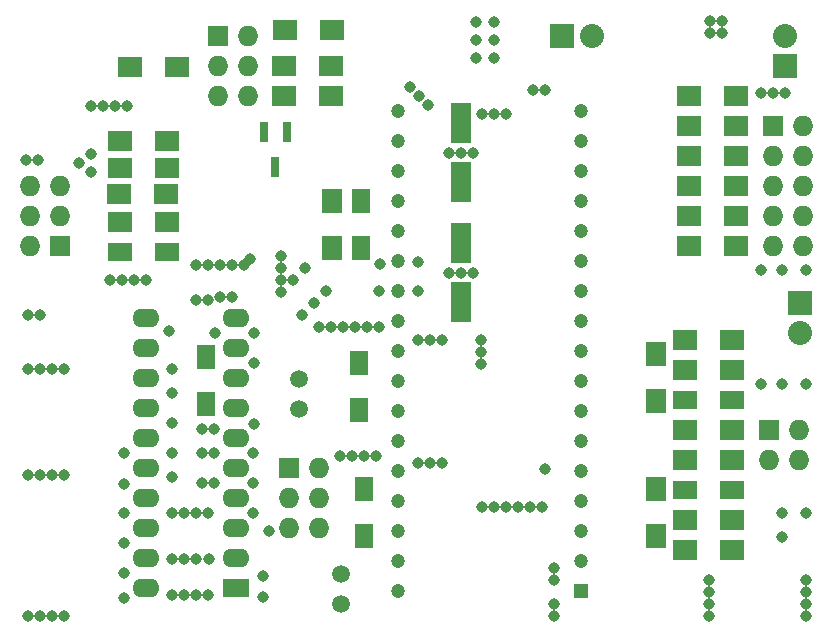
<source format=gbr>
G04 #@! TF.FileFunction,Soldermask,Top*
%FSLAX46Y46*%
G04 Gerber Fmt 4.6, Leading zero omitted, Abs format (unit mm)*
G04 Created by KiCad (PCBNEW (after 2015-mar-04 BZR unknown)-product) date Thu 29 Dec 2016 04:21:00 PM CET*
%MOMM*%
G01*
G04 APERTURE LIST*
%ADD10C,0.100000*%
%ADD11C,0.970000*%
%ADD12C,1.200000*%
%ADD13R,1.200000X1.200000*%
%ADD14R,2.286000X1.574800*%
%ADD15O,2.286000X1.574800*%
%ADD16R,1.600000X2.000000*%
%ADD17R,1.727200X1.727200*%
%ADD18O,1.727200X1.727200*%
%ADD19R,2.000000X1.700000*%
%ADD20R,0.800100X1.800860*%
%ADD21R,2.032000X2.032000*%
%ADD22O,2.032000X2.032000*%
%ADD23R,2.000000X1.600000*%
%ADD24R,1.800860X3.500120*%
%ADD25C,1.501140*%
%ADD26R,1.700000X2.000000*%
G04 APERTURE END LIST*
D10*
D11*
X107696000Y-96012000D03*
X107696000Y-94234000D03*
X125730000Y-50419000D03*
X125730000Y-47371000D03*
X125730000Y-48895000D03*
X127254000Y-47371000D03*
X127254000Y-48895000D03*
X146558000Y-48260000D03*
X145542000Y-48260000D03*
X127254000Y-50419000D03*
X92075000Y-59309000D03*
X93091000Y-60071000D03*
X93091000Y-58547000D03*
X132334000Y-93599000D03*
X132334000Y-94615000D03*
X99695000Y-73533000D03*
X103632000Y-73660000D03*
X99695000Y-73533000D03*
X99949000Y-85852000D03*
X99949000Y-83820000D03*
X99949000Y-81280000D03*
X99949000Y-78740000D03*
X99949000Y-76708000D03*
X122809000Y-84709000D03*
X121793000Y-84709000D03*
X120777000Y-84709000D03*
X117221000Y-84074000D03*
X116205000Y-84074000D03*
X115189000Y-84074000D03*
X114173000Y-84074000D03*
X153670000Y-97663000D03*
X153670000Y-94615000D03*
X153670000Y-95631000D03*
X153670000Y-96647000D03*
X145415000Y-97663000D03*
X145415000Y-96647000D03*
X145415000Y-95631000D03*
X145415000Y-94615000D03*
X132334000Y-96647000D03*
X132334000Y-97663000D03*
X93091000Y-54483000D03*
X94107000Y-54483000D03*
X95123000Y-54483000D03*
X96139000Y-54483000D03*
X97790000Y-69215000D03*
X96774000Y-69215000D03*
X95758000Y-69215000D03*
X94742000Y-69215000D03*
X106553000Y-67437000D03*
X106045000Y-67945000D03*
X109220000Y-67183000D03*
X109220000Y-68199000D03*
X109220000Y-69215000D03*
X105029000Y-70612000D03*
X104013000Y-70612000D03*
X102997000Y-70866000D03*
X101981000Y-70866000D03*
X105029000Y-67945000D03*
X104013000Y-67945000D03*
X102997000Y-67945000D03*
X101981000Y-67945000D03*
X106934000Y-73660000D03*
X106934000Y-76200000D03*
X106934000Y-81407000D03*
X106807000Y-83820000D03*
X106807000Y-86360000D03*
X108204000Y-90424000D03*
X106807000Y-88900000D03*
X103505000Y-86360000D03*
X102489000Y-86360000D03*
X103505000Y-83820000D03*
X102489000Y-83820000D03*
X102489000Y-81788000D03*
X103505000Y-81788000D03*
X102997000Y-88900000D03*
X101981000Y-88900000D03*
X100965000Y-88900000D03*
X99949000Y-88900000D03*
X99949000Y-92837000D03*
X100965000Y-92837000D03*
X101981000Y-92837000D03*
X103124000Y-92837000D03*
X102997000Y-95885000D03*
X101981000Y-95885000D03*
X100965000Y-95885000D03*
X99949000Y-95885000D03*
X95885000Y-96139000D03*
X95885000Y-93980000D03*
X95885000Y-91440000D03*
X95885000Y-88900000D03*
X95885000Y-83820000D03*
X95885000Y-86487000D03*
X90805000Y-97663000D03*
X89789000Y-97663000D03*
X88773000Y-97663000D03*
X87757000Y-97663000D03*
X87757000Y-85725000D03*
X88773000Y-85725000D03*
X89789000Y-85725000D03*
X90805000Y-85725000D03*
X90805000Y-76708000D03*
X89789000Y-76708000D03*
X88773000Y-76708000D03*
X87757000Y-76708000D03*
X87757000Y-72136000D03*
X88773000Y-72136000D03*
X88646000Y-59055000D03*
X87630000Y-59055000D03*
X131318000Y-88392000D03*
X130302000Y-88392000D03*
X129286000Y-88392000D03*
X128270000Y-88392000D03*
X127254000Y-88392000D03*
X126238000Y-88392000D03*
X131572000Y-85217000D03*
X126111000Y-76327000D03*
X126111000Y-75311000D03*
X126111000Y-74295000D03*
X120777000Y-74295000D03*
X121793000Y-74295000D03*
X122809000Y-74295000D03*
X112395000Y-73152000D03*
X113411000Y-73152000D03*
X114427000Y-73152000D03*
X115443000Y-73152000D03*
X116459000Y-73152000D03*
X117475000Y-73152000D03*
X111252000Y-68199000D03*
X110236000Y-69215000D03*
X109220000Y-70231000D03*
X110998000Y-72136000D03*
X112014000Y-71120000D03*
X113030000Y-70104000D03*
X117602000Y-67818000D03*
X120777000Y-67691000D03*
X117475000Y-70104000D03*
X120777000Y-70104000D03*
X123444000Y-68580000D03*
X124460000Y-68580000D03*
X125476000Y-68580000D03*
X125476000Y-58420000D03*
X124460000Y-58420000D03*
X123444000Y-58420000D03*
X146558000Y-47244000D03*
X145542000Y-47244000D03*
X153670000Y-88900000D03*
X151638000Y-88900000D03*
X151638000Y-90932000D03*
X153670000Y-77978000D03*
X151638000Y-77978000D03*
X149860000Y-77978000D03*
X153670000Y-68326000D03*
X151638000Y-68326000D03*
X149860000Y-68326000D03*
X151892000Y-53340000D03*
X150876000Y-53340000D03*
X149860000Y-53340000D03*
X121666000Y-54356000D03*
X120904000Y-53594000D03*
X120142000Y-52832000D03*
X128270000Y-55118000D03*
X130556000Y-53086000D03*
X131572000Y-53086000D03*
X126238000Y-55118000D03*
X128270000Y-55118000D03*
D12*
X119144000Y-95560000D03*
X119144000Y-93020000D03*
X119144000Y-90480000D03*
X119144000Y-87940000D03*
X119144000Y-85400000D03*
X119144000Y-82860000D03*
X119144000Y-80320000D03*
X119144000Y-77780000D03*
X119144000Y-75240000D03*
X119144000Y-72700000D03*
X119144000Y-70160000D03*
X119144000Y-67620000D03*
X119144000Y-65080000D03*
X119144000Y-62540000D03*
X119144000Y-60000000D03*
X119144000Y-57460000D03*
X119144000Y-54920000D03*
D13*
X134636000Y-95560000D03*
D12*
X134636000Y-93020000D03*
X134636000Y-90480000D03*
X134636000Y-87940000D03*
X134636000Y-85400000D03*
X134636000Y-82860000D03*
X134636000Y-80320000D03*
X134636000Y-77780000D03*
X134636000Y-75240000D03*
X134636000Y-72700000D03*
X134636000Y-70160000D03*
X134636000Y-67620000D03*
X134636000Y-65080000D03*
X134636000Y-62540000D03*
X134636000Y-60000000D03*
X134636000Y-57460000D03*
X134636000Y-54920000D03*
D14*
X105410000Y-95250000D03*
D15*
X105410000Y-92710000D03*
X105410000Y-90170000D03*
X105410000Y-87630000D03*
X105410000Y-85090000D03*
X105410000Y-82550000D03*
X105410000Y-80010000D03*
X105410000Y-77470000D03*
X105410000Y-74930000D03*
X105410000Y-72390000D03*
X97790000Y-72390000D03*
X97790000Y-74930000D03*
X97790000Y-77470000D03*
X97790000Y-80010000D03*
X97790000Y-82550000D03*
X97790000Y-85090000D03*
X97790000Y-87630000D03*
X97790000Y-90170000D03*
X97790000Y-92710000D03*
X97790000Y-95250000D03*
D16*
X102870000Y-79724000D03*
X102870000Y-75724000D03*
D17*
X109855000Y-85090000D03*
D18*
X112395000Y-85090000D03*
X109855000Y-87630000D03*
X112395000Y-87630000D03*
X109855000Y-90170000D03*
X112395000Y-90170000D03*
D17*
X90487500Y-66357500D03*
D18*
X87947500Y-66357500D03*
X90487500Y-63817500D03*
X87947500Y-63817500D03*
X90487500Y-61277500D03*
X87947500Y-61277500D03*
D17*
X103822500Y-48577500D03*
D18*
X106362500Y-48577500D03*
X103822500Y-51117500D03*
X106362500Y-51117500D03*
X103822500Y-53657500D03*
X106362500Y-53657500D03*
D19*
X109442500Y-51117500D03*
X113442500Y-51117500D03*
X100425000Y-51181000D03*
X96425000Y-51181000D03*
D20*
X109662000Y-56664860D03*
X107762000Y-56664860D03*
X108712000Y-59667140D03*
D17*
X150812500Y-56197500D03*
D18*
X153352500Y-56197500D03*
X150812500Y-58737500D03*
X153352500Y-58737500D03*
X150812500Y-61277500D03*
X153352500Y-61277500D03*
X150812500Y-63817500D03*
X153352500Y-63817500D03*
X150812500Y-66357500D03*
X153352500Y-66357500D03*
D19*
X147732500Y-53657500D03*
X143732500Y-53657500D03*
X147732500Y-56197500D03*
X143732500Y-56197500D03*
X147732500Y-58737500D03*
X143732500Y-58737500D03*
X147732500Y-61277500D03*
X143732500Y-61277500D03*
X147732500Y-63817500D03*
X143732500Y-63817500D03*
X147732500Y-66357500D03*
X143732500Y-66357500D03*
D21*
X153162000Y-71120000D03*
D22*
X153162000Y-73660000D03*
D23*
X143415000Y-86995000D03*
X147415000Y-86995000D03*
X143415000Y-79375000D03*
X147415000Y-79375000D03*
D17*
X150495000Y-81915000D03*
D18*
X153035000Y-81915000D03*
X150495000Y-84455000D03*
X153035000Y-84455000D03*
D19*
X143415000Y-81915000D03*
X147415000Y-81915000D03*
X143415000Y-84455000D03*
X147415000Y-84455000D03*
X143415000Y-74295000D03*
X147415000Y-74295000D03*
X143415000Y-92075000D03*
X147415000Y-92075000D03*
D21*
X151892000Y-51054000D03*
D22*
X151892000Y-48514000D03*
D24*
X124460000Y-66080640D03*
X124460000Y-71079360D03*
X124460000Y-55920640D03*
X124460000Y-60919360D03*
D25*
X110744000Y-77597000D03*
X110744000Y-80137000D03*
D16*
X115824000Y-80232000D03*
X115824000Y-76232000D03*
X116205000Y-90900000D03*
X116205000Y-86900000D03*
D25*
X114300000Y-96647000D03*
X114300000Y-94107000D03*
D21*
X132969000Y-48514000D03*
D22*
X135509000Y-48514000D03*
D19*
X113442500Y-53657500D03*
X109442500Y-53657500D03*
X113506000Y-48006000D03*
X109506000Y-48006000D03*
X99536000Y-64262000D03*
X95536000Y-64262000D03*
D23*
X99536000Y-66802000D03*
X95536000Y-66802000D03*
D16*
X115951000Y-66516000D03*
X115951000Y-62516000D03*
D19*
X95536000Y-57404000D03*
X99536000Y-57404000D03*
D26*
X140970000Y-79470000D03*
X140970000Y-75470000D03*
D19*
X147415000Y-76835000D03*
X143415000Y-76835000D03*
D26*
X140970000Y-86900000D03*
X140970000Y-90900000D03*
D19*
X147415000Y-89535000D03*
X143415000Y-89535000D03*
X95472500Y-61912500D03*
X99472500Y-61912500D03*
X95536000Y-59690000D03*
X99536000Y-59690000D03*
D26*
X113538000Y-62516000D03*
X113538000Y-66516000D03*
D11*
X127254000Y-55118000D03*
M02*

</source>
